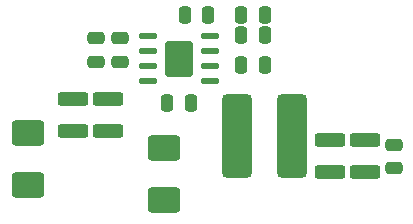
<source format=gtp>
G04 Layer_Color=8421504*
%FSLAX42Y42*%
%MOMM*%
G71*
G01*
G75*
G04:AMPARAMS|DCode=10|XSize=1.45mm|YSize=1mm|CornerRadius=0.25mm|HoleSize=0mm|Usage=FLASHONLY|Rotation=90.000|XOffset=0mm|YOffset=0mm|HoleType=Round|Shape=RoundedRectangle|*
%AMROUNDEDRECTD10*
21,1,1.45,0.50,0,0,90.0*
21,1,0.95,1.00,0,0,90.0*
1,1,0.50,0.25,0.47*
1,1,0.50,0.25,-0.47*
1,1,0.50,-0.25,-0.47*
1,1,0.50,-0.25,0.47*
%
%ADD10ROUNDEDRECTD10*%
G04:AMPARAMS|DCode=11|XSize=1.45mm|YSize=1mm|CornerRadius=0.25mm|HoleSize=0mm|Usage=FLASHONLY|Rotation=180.000|XOffset=0mm|YOffset=0mm|HoleType=Round|Shape=RoundedRectangle|*
%AMROUNDEDRECTD11*
21,1,1.45,0.50,0,0,180.0*
21,1,0.95,1.00,0,0,180.0*
1,1,0.50,-0.47,0.25*
1,1,0.50,0.47,0.25*
1,1,0.50,0.47,-0.25*
1,1,0.50,-0.47,-0.25*
%
%ADD11ROUNDEDRECTD11*%
G04:AMPARAMS|DCode=12|XSize=2.6mm|YSize=1.2mm|CornerRadius=0.3mm|HoleSize=0mm|Usage=FLASHONLY|Rotation=180.000|XOffset=0mm|YOffset=0mm|HoleType=Round|Shape=RoundedRectangle|*
%AMROUNDEDRECTD12*
21,1,2.60,0.60,0,0,180.0*
21,1,2.00,1.20,0,0,180.0*
1,1,0.60,-1.00,0.30*
1,1,0.60,1.00,0.30*
1,1,0.60,1.00,-0.30*
1,1,0.60,-1.00,-0.30*
%
%ADD12ROUNDEDRECTD12*%
G04:AMPARAMS|DCode=13|XSize=3.1mm|YSize=2.41mm|CornerRadius=0.36mm|HoleSize=0mm|Usage=FLASHONLY|Rotation=90.000|XOffset=0mm|YOffset=0mm|HoleType=Round|Shape=RoundedRectangle|*
%AMROUNDEDRECTD13*
21,1,3.10,1.69,0,0,90.0*
21,1,2.38,2.41,0,0,90.0*
1,1,0.72,0.84,1.19*
1,1,0.72,0.84,-1.19*
1,1,0.72,-0.84,-1.19*
1,1,0.72,-0.84,1.19*
%
%ADD13ROUNDEDRECTD13*%
G04:AMPARAMS|DCode=14|XSize=1.6mm|YSize=0.5mm|CornerRadius=0.25mm|HoleSize=0mm|Usage=FLASHONLY|Rotation=180.000|XOffset=0mm|YOffset=0mm|HoleType=Round|Shape=RoundedRectangle|*
%AMROUNDEDRECTD14*
21,1,1.60,0.00,0,0,180.0*
21,1,1.10,0.50,0,0,180.0*
1,1,0.50,-0.55,0.00*
1,1,0.50,0.55,0.00*
1,1,0.50,0.55,0.00*
1,1,0.50,-0.55,0.00*
%
%ADD14ROUNDEDRECTD14*%
G04:AMPARAMS|DCode=15|XSize=7.1mm|YSize=2.5mm|CornerRadius=0.38mm|HoleSize=0mm|Usage=FLASHONLY|Rotation=270.000|XOffset=0mm|YOffset=0mm|HoleType=Round|Shape=RoundedRectangle|*
%AMROUNDEDRECTD15*
21,1,7.10,1.75,0,0,270.0*
21,1,6.35,2.50,0,0,270.0*
1,1,0.75,-0.88,-3.17*
1,1,0.75,-0.88,3.17*
1,1,0.75,0.88,3.17*
1,1,0.75,0.88,-3.17*
%
%ADD15ROUNDEDRECTD15*%
G04:AMPARAMS|DCode=16|XSize=2.16mm|YSize=2.74mm|CornerRadius=0.32mm|HoleSize=0mm|Usage=FLASHONLY|Rotation=90.000|XOffset=0mm|YOffset=0mm|HoleType=Round|Shape=RoundedRectangle|*
%AMROUNDEDRECTD16*
21,1,2.16,2.10,0,0,90.0*
21,1,1.51,2.74,0,0,90.0*
1,1,0.65,1.05,0.76*
1,1,0.65,1.05,-0.76*
1,1,0.65,-1.05,-0.76*
1,1,0.65,-1.05,0.76*
%
%ADD16ROUNDEDRECTD16*%
D10*
X2025Y1500D02*
D03*
X2225D02*
D03*
X2025Y1750D02*
D03*
X2225D02*
D03*
X2025Y1925D02*
D03*
X2225D02*
D03*
X1550D02*
D03*
X1750D02*
D03*
X1600Y1175D02*
D03*
X1400D02*
D03*
D11*
X3325Y625D02*
D03*
Y825D02*
D03*
X800Y1725D02*
D03*
Y1525D02*
D03*
X1000Y1725D02*
D03*
Y1525D02*
D03*
D12*
X900Y1210D02*
D03*
Y940D02*
D03*
X600Y1210D02*
D03*
Y940D02*
D03*
X2775Y860D02*
D03*
Y590D02*
D03*
X3075Y860D02*
D03*
Y590D02*
D03*
D13*
X1500Y1550D02*
D03*
D14*
X1760Y1360D02*
D03*
Y1487D02*
D03*
Y1614D02*
D03*
Y1741D02*
D03*
X1240Y1360D02*
D03*
Y1487D02*
D03*
Y1614D02*
D03*
Y1741D02*
D03*
D15*
X1995Y900D02*
D03*
X2455D02*
D03*
D16*
X225Y479D02*
D03*
Y921D02*
D03*
X1375Y354D02*
D03*
Y796D02*
D03*
M02*

</source>
